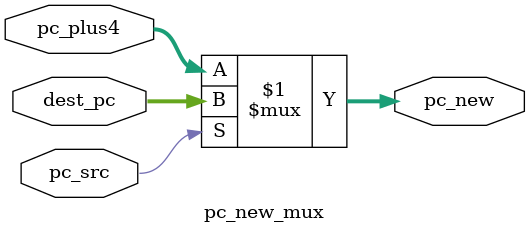
<source format=sv>
module pc_new_mux(
                  input logic[15:0] pc_plus4,
                  input logic[15:0] dest_pc,
                  input logic pc_src,
                  output logic[15:0] pc_new
                  );
                  
                 assign pc_new = (pc_src)?dest_pc : pc_plus4;
endmodule
</source>
